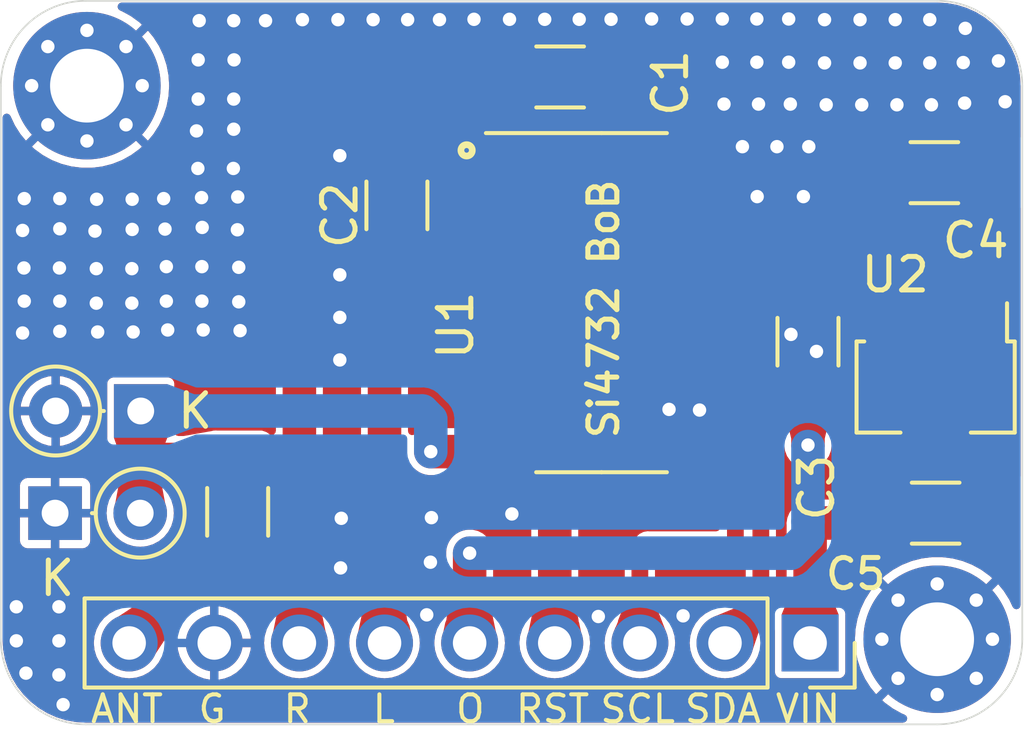
<source format=kicad_pcb>
(kicad_pcb (version 20221018) (generator pcbnew)
  (layers (0 "F.Cu" signal) (31 "B.Cu" signal) (34 "B.Paste" user) (35 "F.Paste" user) (36 "B.SilkS" user "B.Silkscreen") (37 "F.SilkS" user "F.Silkscreen") (38 "B.Mask" user) (39 "F.Mask" user) (44 "Edge.Cuts" user))
  (net 0 "")
  (net 1 "+3.3V")
  (net 2 "Net-(U1-RCLK)")
  (net 3 "RX_OSC")
  (net 4 "Net-(JP1-Pin_9)")
  (net 10 "RST")
  (net 11 "SCL")
  (net 12 "SDA")
  (net 13 "LEFT")
  (net 14 "Net-(U1-LOUT{slash}DFS)")
  (net 15 "Net-(U1-ROUT{slash}DOUT)")
  (net 16 "Net-(D1-A)")
  (net 17 "RIGHT")
  (net 18 "GND")
  (net 19 "+5V")
  (footprint "Capacitor_SMD:C_1206_3216Metric_Pad1.33x1.80mm_HandSolder" (layer "F.Cu") (at 81.026 67.02 -90)
    (fp_text reference "C3" (at 4.354 -0.254 90) (layer "F.SilkS"))
    (fp_text value "100nF" hide)
    (fp_line (start -0.711252 -0.91) (end 0.711252 -0.91) (stroke (width 0.12)) (layer "F.SilkS"))
    (fp_line (start -0.711252 0.91) (end 0.711252 0.91) (stroke (width 0.12)) (layer "F.SilkS"))
    (pad "1" smd roundrect (at -1.5625 0 270) (size 1.325 1.8) (layers "F.Cu" "F.Paste" "F.Mask") (roundrect_rratio 0.1886792453) (net 2 "Net-(U1-RCLK)"))
    (pad "2" smd roundrect (at 1.5625 0 270) (size 1.325 1.8) (layers "F.Cu" "F.Paste" "F.Mask") (roundrect_rratio 0.1886792453) (net 3 "RX_OSC"))
  )
  (footprint "Capacitor_SMD:C_1206_3216Metric_Pad1.33x1.80mm_HandSolder" (layer "F.Cu") (at 73.63 59.12 180)
    (fp_text reference "C1" (at -3.29 -0.18 90) (layer "F.SilkS"))
    (fp_text value "4.7uF" hide)
    (fp_line (start -0.711252 -0.91) (end 0.711252 -0.91) (stroke (width 0.12)) (layer "F.SilkS"))
    (fp_line (start -0.711252 0.91) (end 0.711252 0.91) (stroke (width 0.12)) (layer "F.SilkS"))
    (pad "1" smd roundrect (at -1.5625 0 180) (size 1.325 1.8) (layers "F.Cu" "F.Paste" "F.Mask") (roundrect_rratio 0.1886792453) (net 15 "Net-(U1-ROUT{slash}DOUT)"))
    (pad "2" smd roundrect (at 1.5625 0 180) (size 1.325 1.8) (layers "F.Cu" "F.Paste" "F.Mask") (roundrect_rratio 0.1886792453) (net 17 "RIGHT"))
  )
  (footprint "MountingHole:MountingHole_2.2mm_M2_Pad_Via" (layer "F.Cu") (at 84.8811 75.8986 180)
    (fp_text reference "H2" hide)
    (fp_text value "MountingHole_Pad" hide)
    (pad "1" thru_hole circle (at -1.65 0 180) (size 0.7 0.7) (drill 0.4) (layers "*.Cu" "*.Mask") (net 18 "GND"))
    (pad "1" thru_hole circle (at -1.166726 -1.166726 180) (size 0.7 0.7) (drill 0.4) (layers "*.Cu" "*.Mask") (net 18 "GND"))
    (pad "1" thru_hole circle (at -1.166726 1.166726 180) (size 0.7 0.7) (drill 0.4) (layers "*.Cu" "*.Mask") (net 18 "GND"))
    (pad "1" thru_hole circle (at 0 -1.65 180) (size 0.7 0.7) (drill 0.4) (layers "*.Cu" "*.Mask") (net 18 "GND"))
    (pad "1" thru_hole circle (at 0 0 180) (size 4.4 4.4) (drill 2.2) (layers "*.Cu" "*.Mask") (net 18 "GND"))
    (pad "1" thru_hole circle (at 0 1.65 180) (size 0.7 0.7) (drill 0.4) (layers "*.Cu" "*.Mask") (net 18 "GND"))
    (pad "1" thru_hole circle (at 1.166726 -1.166726 180) (size 0.7 0.7) (drill 0.4) (layers "*.Cu" "*.Mask") (net 18 "GND"))
    (pad "1" thru_hole circle (at 1.166726 1.166726 180) (size 0.7 0.7) (drill 0.4) (layers "*.Cu" "*.Mask") (net 18 "GND"))
    (pad "1" thru_hole circle (at 1.65 0 180) (size 0.7 0.7) (drill 0.4) (layers "*.Cu" "*.Mask") (net 18 "GND"))
  )
  (footprint "Capacitor_SMD:C_1206_3216Metric_Pad1.33x1.80mm_HandSolder" (layer "F.Cu") (at 64.008 72.0975 90)
    (fp_text reference "C13" hide)
    (fp_text value "100nF" hide)
    (fp_line (start -0.711252 -0.91) (end 0.711252 -0.91) (stroke (width 0.12)) (layer "F.SilkS"))
    (fp_line (start -0.711252 0.91) (end 0.711252 0.91) (stroke (width 0.12)) (layer "F.SilkS"))
    (pad "1" smd roundrect (at -1.5625 0 90) (size 1.325 1.8) (layers "F.Cu" "F.Paste" "F.Mask") (roundrect_rratio 0.1886792453) (net 4 "Net-(JP1-Pin_9)"))
    (pad "2" smd roundrect (at 1.5625 0 90) (size 1.325 1.8) (layers "F.Cu" "F.Paste" "F.Mask") (roundrect_rratio 0.1886792453) (net 16 "Net-(D1-A)"))
  )
  (footprint "MountingHole:MountingHole_2.2mm_M2_Pad_Via" (layer "F.Cu") (at 59.51 59.38 180)
    (fp_text reference "H1" hide)
    (fp_text value "MountingHole_Pad" hide)
    (pad "1" thru_hole circle (at -1.65 0 180) (size 0.7 0.7) (drill 0.4) (layers "*.Cu" "*.Mask") (net 18 "GND"))
    (pad "1" thru_hole circle (at -1.166726 -1.166726 180) (size 0.7 0.7) (drill 0.4) (layers "*.Cu" "*.Mask") (net 18 "GND"))
    (pad "1" thru_hole circle (at -1.166726 1.166726 180) (size 0.7 0.7) (drill 0.4) (layers "*.Cu" "*.Mask") (net 18 "GND"))
    (pad "1" thru_hole circle (at 0 -1.65 180) (size 0.7 0.7) (drill 0.4) (layers "*.Cu" "*.Mask") (net 18 "GND"))
    (pad "1" thru_hole circle (at 0 0 180) (size 4.4 4.4) (drill 2.2) (layers "*.Cu" "*.Mask") (net 18 "GND"))
    (pad "1" thru_hole circle (at 0 1.65 180) (size 0.7 0.7) (drill 0.4) (layers "*.Cu" "*.Mask") (net 18 "GND"))
    (pad "1" thru_hole circle (at 1.166726 -1.166726 180) (size 0.7 0.7) (drill 0.4) (layers "*.Cu" "*.Mask") (net 18 "GND"))
    (pad "1" thru_hole circle (at 1.166726 1.166726 180) (size 0.7 0.7) (drill 0.4) (layers "*.Cu" "*.Mask") (net 18 "GND"))
    (pad "1" thru_hole circle (at 1.65 0 180) (size 0.7 0.7) (drill 0.4) (layers "*.Cu" "*.Mask") (net 18 "GND"))
  )
  (footprint "Capacitor_SMD:C_1206_3216Metric_Pad1.33x1.80mm_HandSolder" (layer "F.Cu") (at 84.7975 61.976 180)
    (fp_text reference "C4" (at -1.2325 -2.024) (layer "F.SilkS"))
    (fp_text value "10uF" hide)
    (fp_line (start -0.711252 -0.91) (end 0.711252 -0.91) (stroke (width 0.12)) (layer "F.SilkS"))
    (fp_line (start -0.711252 0.91) (end 0.711252 0.91) (stroke (width 0.12)) (layer "F.SilkS"))
    (pad "1" smd roundrect (at -1.5625 0 180) (size 1.325 1.8) (layers "F.Cu" "F.Paste" "F.Mask") (roundrect_rratio 0.1886792453) (net 18 "GND"))
    (pad "2" smd roundrect (at 1.5625 0 180) (size 1.325 1.8) (layers "F.Cu" "F.Paste" "F.Mask") (roundrect_rratio 0.1886792453) (net 1 "+3.3V"))
  )
  (footprint "Package_TO_SOT_SMD:SOT-89-3" (layer "F.Cu") (at 84.836 68.072 -90)
    (fp_text reference "U2" (at -3.052 1.206 -180) (layer "F.SilkS"))
    (fp_text value "HT7833 SOT89 3.3V 500mA LDO" hide)
    (fp_line (start -2.2 -2.13) (end -1.06 -2.13) (stroke (width 0.12)) (layer "F.SilkS"))
    (fp_line (start -1.06 -2.36) (end -1.06 -2.13) (stroke (width 0.12)) (layer "F.SilkS"))
    (fp_line (start -1.06 -2.36) (end 1.66 -2.36) (stroke (width 0.12)) (layer "F.SilkS"))
    (fp_line (start -1.06 2.36) (end -1.06 2.13) (stroke (width 0.12)) (layer "F.SilkS"))
    (fp_line (start 1.66 -2.36) (end 1.66 -1.05) (stroke (width 0.12)) (layer "F.SilkS"))
    (fp_line (start 1.66 1.05) (end 1.66 2.36) (stroke (width 0.12)) (layer "F.SilkS"))
    (fp_line (start 1.66 2.36) (end -1.06 2.36) (stroke (width 0.12)) (layer "F.SilkS"))
    (pad "1" smd rect (at -1.65 -1.5 270) (size 1.3 0.9) (layers "F.Cu" "F.Paste" "F.Mask") (net 18 "GND"))
    (pad "2" smd custom (at -1.5625 0 270) (size 1.475 0.9) (layers "F.Cu" "F.Paste" "F.Mask") (net 19 "+5V") (options (clearance outline) (anchor rect)) (primitives (gr_poly (pts (xy 3.8625 0.8665) (xy 0.7375 0.8665) (xy 0.7375 -0.8665) (xy 3.8625 -0.8665)) (width 0) (fill yes))))
    (pad "3" smd rect (at -1.65 1.5 270) (size 1.3 0.9) (layers "F.Cu" "F.Paste" "F.Mask") (net 1 "+3.3V"))
  )
  (footprint "footprints:PinSocket_1x09_P2.54mm_Vertical_Custom" (layer "F.Cu") (at 81.09 76.01 -90)
    (fp_text reference "JP1" hide)
    (fp_text value "Pin Header" hide)
    (fp_line (start -1.33 1.27) (end -1.33 21.65) (stroke (width 0.12)) (layer "F.SilkS"))
    (fp_line (start -1.33 1.27) (end 1.33 1.27) (stroke (width 0.12)) (layer "F.SilkS"))
    (fp_line (start -1.33 21.65) (end 1.33 21.65) (stroke (width 0.12)) (layer "F.SilkS"))
    (fp_line (start 0 -1.33) (end 1.33 -1.33) (stroke (width 0.12)) (layer "F.SilkS"))
    (fp_line (start 1.33 -1.33) (end 1.33 0) (stroke (width 0.12)) (layer "F.SilkS"))
    (fp_line (start 1.33 1.27) (end 1.33 21.65) (stroke (width 0.12)) (layer "F.SilkS"))
    (pad "1" thru_hole rect (at 0 0 270) (size 1.7 1.7) (drill 1) (layers "*.Cu" "*.Mask") (net 19 "+5V"))
    (pad "2" thru_hole oval (at 0 2.54 270) (size 1.7 1.7) (drill 1) (layers "*.Cu" "*.Mask") (net 12 "SDA"))
    (pad "3" thru_hole oval (at 0 5.08 270) (size 1.7 1.7) (drill 1) (layers "*.Cu" "*.Mask") (net 11 "SCL"))
    (pad "4" thru_hole oval (at 0 7.62 270) (size 1.7 1.7) (drill 1) (layers "*.Cu" "*.Mask") (net 10 "RST"))
    (pad "5" thru_hole oval (at 0 10.16 270) (size 1.7 1.7) (drill 1) (layers "*.Cu" "*.Mask") (net 3 "RX_OSC"))
    (pad "6" thru_hole oval (at 0 12.7 270) (size 1.7 1.7) (drill 1) (layers "*.Cu" "*.Mask") (net 13 "LEFT"))
    (pad "7" thru_hole oval (at 0 15.24 270) (size 1.7 1.7) (drill 1) (layers "*.Cu" "*.Mask") (net 17 "RIGHT"))
    (pad "8" thru_hole oval (at 0 17.78 270) (size 1.7 1.7) (drill 1) (layers "*.Cu" "*.Mask") (net 18 "GND"))
    (pad "9" thru_hole oval (at 0 20.32 270) (size 1.7 1.7) (drill 1) (layers "*.Cu" "*.Mask") (net 4 "Net-(JP1-Pin_9)"))
  )
  (footprint "Diode_THT:D_DO-35_SOD27_P2.54mm_Vertical_KathodeUp" (layer "F.Cu") (at 58.56 72.136)
    (fp_text reference "D1" hide)
    (fp_text value "1N4148" hide)
    (fp_text user "K" (at 0.06 1.944) (layer "F.SilkS"))
    (fp_line (start 1.213629 0) (end 1.1 0) (stroke (width 0.12)) (layer "F.SilkS"))
    (fp_circle (center 2.54 0) (end 3.866371 0) (stroke (width 0.12)) (fill none) (layer "F.SilkS"))
    (pad "1" thru_hole rect (at 0 0) (size 1.6 1.6) (drill 0.8) (layers "*.Cu" "*.Mask") (net 18 "GND"))
    (pad "2" thru_hole oval (at 2.54 0) (size 1.6 1.6) (drill 0.8) (layers "*.Cu" "*.Mask") (net 16 "Net-(D1-A)"))
  )
  (footprint "Capacitor_SMD:C_1206_3216Metric_Pad1.33x1.80mm_HandSolder" (layer "F.Cu") (at 84.836 72.136 180)
    (fp_text reference "C5" (at 2.386 -1.814) (layer "F.SilkS") (effects (font (size 0.9 0.9))))
    (fp_text value "10uF" hide)
    (fp_line (start -0.711252 -0.91) (end 0.711252 -0.91) (stroke (width 0.12)) (layer "F.SilkS"))
    (fp_line (start -0.711252 0.91) (end 0.711252 0.91) (stroke (width 0.12)) (layer "F.SilkS"))
    (pad "1" smd roundrect (at -1.5625 0 180) (size 1.325 1.8) (layers "F.Cu" "F.Paste" "F.Mask") (roundrect_rratio 0.1886792453) (net 18 "GND"))
    (pad "2" smd roundrect (at 1.5625 0 180) (size 1.325 1.8) (layers "F.Cu" "F.Paste" "F.Mask") (roundrect_rratio 0.1886792453) (net 19 "+5V"))
  )
  (footprint "Capacitor_SMD:C_1206_3216Metric_Pad1.33x1.80mm_HandSolder" (layer "F.Cu") (at 68.76 62.9525 90)
    (fp_text reference "C2" (at -0.2935 -1.704 90) (layer "F.SilkS"))
    (fp_text value "4.7uF" hide)
    (fp_line (start -0.711252 -0.91) (end 0.711252 -0.91) (stroke (width 0.12)) (layer "F.SilkS"))
    (fp_line (start -0.711252 0.91) (end 0.711252 0.91) (stroke (width 0.12)) (layer "F.SilkS"))
    (pad "1" smd roundrect (at -1.5625 0 90) (size 1.325 1.8) (layers "F.Cu" "F.Paste" "F.Mask") (roundrect_rratio 0.1886792453) (net 13 "LEFT"))
    (pad "2" smd roundrect (at 1.5625 0 90) (size 1.325 1.8) (layers "F.Cu" "F.Paste" "F.Mask") (roundrect_rratio 0.1886792453) (net 14 "Net-(U1-LOUT{slash}DFS)"))
  )
  (footprint "Package_SO:SOIC-16_3.9x9.9mm_P1.27mm" (layer "F.Cu") (at 74.8657 65.855)
    (fp_text reference "U1" (at -4.3557 0.675 90) (layer "F.SilkS"))
    (fp_text value "SI4732-A10-GS" hide)
    (fp_line (start 0 -5.06) (end -3.45 -5.06) (stroke (width 0.12)) (layer "F.SilkS"))
    (fp_line (start 0 -5.06) (end 1.95 -5.06) (stroke (width 0.12)) (layer "F.SilkS"))
    (fp_line (start 0 5.06) (end -1.95 5.06) (stroke (width 0.12)) (layer "F.SilkS"))
    (fp_line (start 0 5.06) (end 1.95 5.06) (stroke (width 0.12)) (layer "F.SilkS"))
    (pad "1" smd roundrect (at -2.475 -4.445) (size 1.95 0.6) (layers "F.Cu" "F.Paste" "F.Mask") (net 14 "Net-(U1-LOUT{slash}DFS)"))
    (pad "2" smd roundrect (at -2.475 -3.175) (size 1.95 0.6) (layers "F.Cu" "F.Paste" "F.Mask"))
    (pad "3" smd roundrect (at -2.475 -1.905) (size 1.95 0.6) (layers "F.Cu" "F.Paste" "F.Mask"))
    (pad "4" smd roundrect (at -2.475 -0.635) (size 1.95 0.6) (layers "F.Cu" "F.Paste" "F.Mask"))
    (pad "5" smd roundrect (at -2.475 0.635) (size 1.95 0.6) (layers "F.Cu" "F.Paste" "F.Mask"))
    (pad "6" smd roundrect (at -2.475 1.905) (size 1.95 0.6) (layers "F.Cu" "F.Paste" "F.Mask"))
    (pad "7" smd roundrect (at -2.475 3.175) (size 1.95 0.6) (layers "F.Cu" "F.Paste" "F.Mask") (net 18 "GND"))
    (pad "8" smd roundrect (at -2.475 4.445) (size 1.95 0.6) (layers "F.Cu" "F.Paste" "F.Mask") (net 16 "Net-(D1-A)"))
    (pad "9" smd roundrect (at 2.475 4.445) (size 1.95 0.6) (layers "F.Cu" "F.Paste" "F.Mask") (net 10 "RST"))
    (pad "10" smd roundrect (at 2.475 3.175) (size 1.95 0.6) (layers "F.Cu" "F.Paste" "F.Mask") (net 18 "GND"))
    (pad "11" smd roundrect (at 2.475 1.905) (size 1.95 0.6) (layers "F.Cu" "F.Paste" "F.Mask") (net 11 "SCL"))
    (pad "12" smd roundrect (at 2.475 0.635) (size 1.95 0.6) (layers "F.Cu" "F.Paste" "F.Mask") (net 12 "SDA"))
    (pad "13" smd roundrect (at 2.475 -0.635) (size 1.95 0.6) (layers "F.Cu" "F.Paste" "F.Mask") (net 2 "Net-(U1-RCLK)"))
    (pad "14" smd roundrect (at 2.475 -1.905) (size 1.95 0.6) (layers "F.Cu" "F.Paste" "F.Mask") (net 1 "+3.3V"))
    (pad "15" smd roundrect (at 2.475 -3.175) (size 1.95 0.6) (layers "F.Cu" "F.Paste" "F.Mask") (net 18 "GND"))
    (pad "16" smd roundrect (at 2.475 -4.445) (size 1.95 0.6) (layers "F.Cu" "F.Paste" "F.Mask") (net 15 "Net-(U1-ROUT{slash}DOUT)"))
  )
  (footprint "Diode_THT:D_DO-35_SOD27_P2.54mm_Vertical_KathodeUp" (layer "F.Cu") (at 61.115686 69.088 180)
    (fp_text reference "D2" hide)
    (fp_text value "1N4148" hide)
    (fp_text user "K" (at -1.622315 0) (layer "F.SilkS"))
    (fp_line (start 1.213629 0) (end 1.1 0) (stroke (width 0.12)) (layer "F.SilkS"))
    (fp_circle (center 2.54 0) (end 3.866371 0) (stroke (width 0.12)) (fill none) (layer "F.SilkS"))
    (pad "1" thru_hole rect (at 0 0 180) (size 1.6 1.6) (drill 0.8) (layers "*.Cu" "*.Mask") (net 16 "Net-(D1-A)"))
    (pad "2" thru_hole oval (at 2.54 0 180) (size 1.6 1.6) (drill 0.8) (layers "*.Cu" "*.Mask") (net 18 "GND"))
  )
  (gr_circle (center 70.84 61.31) (end 71.010294 61.31) (stroke (width 0.2)) (fill none) (layer "F.SilkS"))
  (gr_arc (start 84.8811 56.8486) (mid 86.677151 57.592549) (end 87.4211 59.3886) (stroke (width 0.05)) (layer "Edge.Cuts"))
  (gr_line (start 56.9411 75.8986) (end 56.9411 59.3886) (stroke (width 0.05)) (layer "Edge.Cuts"))
  (gr_line (start 84.8811 78.4386) (end 59.4811 78.4386) (stroke (width 0.05)) (layer "Edge.Cuts"))
  (gr_arc (start 59.4811 78.4386) (mid 57.685049 77.694651) (end 56.9411 75.8986) (stroke (width 0.05)) (layer "Edge.Cuts"))
  (gr_line (start 87.4211 59.3886) (end 87.4211 75.8986) (stroke (width 0.05)) (layer "Edge.Cuts"))
  (gr_arc (start 56.9411 59.3886) (mid 57.685049 57.592549) (end 59.4811 56.8486) (stroke (width 0.05)) (layer "Edge.Cuts"))
  (gr_line (start 59.4811 56.8486) (end 84.8811 56.8486) (stroke (width 0.05)) (layer "Edge.Cuts"))
  (gr_arc (start 87.4211 75.8986) (mid 86.677151 77.694651) (end 84.8811 78.4386) (stroke (width 0.05)) (layer "Edge.Cuts"))
  (gr_text "SDA\n" (at 78.486 77.978) (layer "F.SilkS") (effects (font (size 0.8 0.8) (thickness 0.12))))
  (gr_text "Si4732 BoB" (at 74.93 66.04 90) (layer "F.SilkS") (effects (font (size 0.8636 0.8636) (thickness 0.1524))))
  (gr_text "L" (at 68.37 77.978) (layer "F.SilkS") (effects (font (size 0.8 0.8) (thickness 0.12))))
  (gr_text "G" (at 63.246 77.978) (layer "F.SilkS") (effects (font (size 0.8 0.8) (thickness 0.12))))
  (gr_text "RST" (at 73.406 77.978) (layer "F.SilkS") (effects (font (size 0.8 0.8) (thickness 0.12))))
  (gr_text "R\n" (at 65.786 77.978) (layer "F.SilkS") (effects (font (size 0.8 0.8) (thickness 0.12))))
  (gr_text "ANT" (at 60.706 77.978) (layer "F.SilkS") (effects (font (size 0.8 0.8) (thickness 0.12))))
  (gr_text "O" (at 70.95 77.978) (layer "F.SilkS") (effects (font (size 0.8 0.8) (thickness 0.12))))
  (gr_text "SCL" (at 75.946 77.978) (layer "F.SilkS") (effects (font (size 0.8 0.8) (thickness 0.12))))
  (gr_text "VIN" (at 81.026 77.978) (layer "F.SilkS") (effects (font (size 0.8 0.8) (thickness 0.12))))
  (segment (start 83.336 62.077) (end 83.336 66.422) (width 0.5) (layer "F.Cu") (net 1))
  (segment (start 77.3407 63.95) (end 83.13 63.95) (width 0.5) (layer "F.Cu") (net 1))
  (segment (start 77.3407 65.22) (end 81.1025 65.22) (width 0.5) (layer "F.Cu") (net 2))
  (segment (start 81.026 70.104) (end 81.026 68.5825) (width 1) (layer "F.Cu") (net 3))
  (segment (start 70.93 76.01) (end 70.93 73.33) (width 1) (layer "F.Cu") (net 3))
  (via (at 81.026 70.104) (size 0.8) (drill 0.4) (layers "F.Cu" "B.Cu") (net 3))
  (via (at 70.93 73.33) (size 0.8) (drill 0.4) (layers "F.Cu" "B.Cu") (net 3))
  (segment (start 70.93 73.33) (end 80.518 73.33) (width 1) (layer "B.Cu") (net 3))
  (segment (start 81.026 72.822) (end 80.518 73.33) (width 1) (layer "B.Cu") (net 3))
  (segment (start 81.026 72.39) (end 81.026 70.148) (width 1) (layer "B.Cu") (net 3))
  (segment (start 81.026 72.39) (end 81.026 72.822) (width 1) (layer "B.Cu") (net 3))
  (segment (start 60.77 76.01) (end 63.12 73.66) (width 1) (layer "F.Cu") (net 4))
  (segment (start 63.12 73.66) (end 64.008 73.66) (width 1) (layer "F.Cu") (net 4))
  (segment (start 77.3407 71.3893) (end 77.3407 70.64) (width 1) (layer "F.Cu") (net 10))
  (segment (start 77.3407 71.2593) (end 77.27 71.33) (width 0.25) (layer "F.Cu") (net 10))
  (segment (start 73.47 76.01) (end 73.47 71.74) (width 1) (layer "F.Cu") (net 10))
  (segment (start 73.47 71.74) (end 73.63 71.58) (width 1) (layer "F.Cu") (net 10))
  (segment (start 77.15 71.58) (end 77.3407 71.3893) (width 1) (layer "F.Cu") (net 10))
  (segment (start 73.63 71.58) (end 77.15 71.58) (width 1) (layer "F.Cu") (net 10))
  (segment (start 77.3407 70.64) (end 77.3407 71.2593) (width 0.25) (layer "F.Cu") (net 10))
  (segment (start 77.3407 70.3) (end 77.3407 70.64) (width 0.25) (layer "F.Cu") (net 10))
  (segment (start 76.01 76.01) (end 76.01 73.38) (width 0.5) (layer "F.Cu") (net 11))
  (segment (start 78.56 67.76) (end 77.3407 67.76) (width 0.5) (layer "F.Cu") (net 11))
  (segment (start 76.26 73.13) (end 78.86 73.13) (width 0.5) (layer "F.Cu") (net 11))
  (segment (start 78.86 68.06) (end 78.56 67.76) (width 0.5) (layer "F.Cu") (net 11))
  (segment (start 76.01 73.38) (end 76.26 73.13) (width 0.5) (layer "F.Cu") (net 11))
  (segment (start 78.86 73.13) (end 78.86 68.06) (width 0.5) (layer "F.Cu") (net 11))
  (segment (start 79.06 66.49) (end 79.15 66.58) (width 0.25) (layer "F.Cu") (net 12))
  (segment (start 79.62 66.69) (end 79.62 74.94) (width 0.5) (layer "F.Cu") (net 12))
  (segment (start 79.42 66.49) (end 79.62 66.69) (width 0.5) (layer "F.Cu") (net 12))
  (segment (start 77.3407 66.49) (end 79.42 66.49) (width 0.5) (layer "F.Cu") (net 12))
  (segment (start 77.52 66.49) (end 79.06 66.49) (width 0.25) (layer "F.Cu") (net 12))
  (segment (start 79.62 74.94) (end 78.55 76.01) (width 0.5) (layer "F.Cu") (net 12))
  (segment (start 68.39 76.01) (end 68.39 64.885) (width 1) (layer "F.Cu") (net 13))
  (segment (start 68.39 64.885) (end 68.76 64.515) (width 1) (layer "F.Cu") (net 13))
  (segment (start 72.3707 61.39) (end 72.3907 61.41) (width 1) (layer "F.Cu") (net 14))
  (segment (start 68.76 61.39) (end 72.3707 61.39) (width 1) (layer "F.Cu") (net 14))
  (segment (start 77.22 59.12) (end 77.42 59.32) (width 1) (layer "F.Cu") (net 15))
  (segment (start 77.42 59.32) (end 77.42 61.3307) (width 1) (layer "F.Cu") (net 15))
  (segment (start 75.1925 59.12) (end 77.22 59.12) (width 1) (layer "F.Cu") (net 15))
  (segment (start 77.42 61.3307) (end 77.3407 61.41) (width 1) (layer "F.Cu") (net 15))
  (segment (start 61.185 70.535) (end 61.1 70.45) (width 1) (layer "F.Cu") (net 16))
  (segment (start 61.1 72.136) (end 61.1 70.45) (width 1) (layer "F.Cu") (net 16))
  (segment (start 61.1 70.45) (end 61.1 69.103686) (width 1) (layer "F.Cu") (net 16))
  (segment (start 64.008 70.535) (end 61.185 70.535) (width 1) (layer "F.Cu") (net 16))
  (segment (start 72.3907 70.3) (end 69.77 70.3) (width 1) (layer "F.Cu") (net 16))
  (via (at 69.77 70.3) (size 0.8) (drill 0.4) (layers "F.Cu" "B.Cu") (net 16))
  (segment (start 69.77 69.34) (end 69.77 70.3) (width 1) (layer "B.Cu") (net 16))
  (segment (start 69.518 69.088) (end 69.77 69.34) (width 1) (layer "B.Cu") (net 16))
  (segment (start 61.115686 69.088) (end 69.518 69.088) (width 1) (layer "B.Cu") (net 16))
  (segment (start 72.0675 59.12) (end 65.92 59.12) (width 1) (layer "F.Cu") (net 17))
  (segment (start 65.85 59.19) (end 65.85 76.01) (width 1) (layer "F.Cu") (net 17))
  (segment (start 65.92 59.12) (end 65.85 59.19) (width 1) (layer "F.Cu") (net 17))
  (via (at 57.64 65.81) (size 0.8) (drill 0.4) (layers "F.Cu" "B.Cu") (net 18))
  (via (at 57.64 62.75) (size 0.8) (drill 0.4) (layers "F.Cu" "B.Cu") (net 18))
  (via (at 77.79 69.06) (size 0.8) (drill 0.4) (layers "F.Cu" "B.Cu") (net 18))
  (via (at 80.89 62.69) (size 0.8) (drill 0.4) (layers "F.Cu" "B.Cu") (net 18))
  (via (at 62.82 61.85) (size 0.8) (drill 0.4) (layers "F.Cu" "B.Cu") (net 18))
  (via (at 58.674 74.93) (size 0.8) (drill 0.4) (layers "F.Cu" "B.Cu") (net 18))
  (via (at 80.45 57.39) (size 0.8) (drill 0.4) (layers "F.Cu" "B.Cu") (net 18))
  (via (at 74.2 57.4) (size 0.8) (drill 0.4) (layers "F.Cu" "B.Cu") (net 18))
  (via (at 82.63 59.95) (size 0.8) (drill 0.4) (layers "F.Cu" "B.Cu") (net 18))
  (via (at 61.88 65.81) (size 0.8) (drill 0.4) (layers "F.Cu" "B.Cu") (net 18))
  (via (at 86.71 58.64) (size 0.8) (drill 0.4) (layers "F.Cu" "B.Cu") (net 18))
  (via (at 60.86 62.77) (size 0.8) (drill 0.4) (layers "F.Cu" "B.Cu") (net 18))
  (via (at 81.05 61.2) (size 0.8) (drill 0.4) (layers "F.Cu" "B.Cu") (net 18))
  (via (at 64.04 64.8) (size 0.8) (drill 0.4) (layers "F.Cu" "B.Cu") (net 18))
  (via (at 58.69 64.82) (size 0.8) (drill 0.4) (layers "F.Cu" "B.Cu") (net 18))
  (via (at 65.94 57.41) (size 0.8) (drill 0.4) (layers "F.Cu" "B.Cu") (net 18))
  (via (at 58.8 77.85) (size 0.8) (drill 0.4) (layers "F.Cu" "B.Cu") (net 18))
  (via (at 75.15 57.4) (size 0.8) (drill 0.4) (layers "F.Cu" "B.Cu") (net 18))
  (via (at 67.1 72.29) (size 0.8) (drill 0.4) (layers "F.Cu" "B.Cu") (net 18))
  (via (at 64.08 66.69) (size 0.8) (drill 0.4) (layers "F.Cu" "B.Cu") (net 18))
  (via (at 69.76 73.6) (size 0.8) (drill 0.4) (layers "F.Cu" "B.Cu") (net 18))
  (via (at 62.93 62.72) (size 0.8) (drill 0.4) (layers "F.Cu" "B.Cu") (net 18))
  (via (at 74.77 75.22) (size 0.8) (drill 0.4) (layers "F.Cu" "B.Cu") (net 18))
  (via (at 63.9 58.61) (size 0.8) (drill 0.4) (layers "F.Cu" "B.Cu") (net 18))
  (via (at 86.91 59.86) (size 0.8) (drill 0.4) (layers "F.Cu" "B.Cu") (net 18))
  (via (at 61.84 63.66) (size 0.8) (drill 0.4) (layers "F.Cu" "B.Cu") (net 18))
  (via (at 62.78 60.73) (size 0.8) (drill 0.4) (layers "F.Cu" "B.Cu") (net 18))
  (via (at 83.68 59.95) (size 0.8) (drill 0.4) (layers "F.Cu" "B.Cu") (net 18))
  (via (at 57.59 63.7) (size 0.8) (drill 0.4) (layers "F.Cu" "B.Cu") (net 18))
  (via (at 58.7 65.81) (size 0.8) (drill 0.4) (layers "F.Cu" "B.Cu") (net 18))
  (via (at 84.66 57.41) (size 0.8) (drill 0.4) (layers "F.Cu" "B.Cu") (net 18))
  (via (at 85.72 57.67) (size 0.8) (drill 0.4) (layers "F.Cu" "B.Cu") (net 18))
  (via (at 58.7 63.65) (size 0.8) (drill 0.4) (layers "F.Cu" "B.Cu") (net 18))
  (via (at 80.1 61.2) (size 0.8) (drill 0.4) (layers "F.Cu" "B.Cu") (net 18))
  (via (at 57.404 75.946) (size 0.8) (drill 0.4) (layers "F.Cu" "B.Cu") (net 18))
  (via (at 59.8 62.77) (size 0.8) (drill 0.4) (layers "F.Cu" "B.Cu") (net 18))
  (via (at 62.94 65.81) (size 0.8) (drill 0.4) (layers "F.Cu" "B.Cu") (net 18))
  (via (at 81.28 67.31) (size 0.8) (drill 0.4) (layers "F.Cu" "B.Cu") (net 18))
  (via (at 62.98 66.67) (size 0.8) (drill 0.4) (layers "F.Cu" "B.Cu") (net 18))
  (via (at 62.95 63.61) (size 0.8) (drill 0.4) (layers "F.Cu" "B.Cu") (net 18))
  (via (at 78.47 58.68) (size 0.8) (drill 0.4) (layers "F.Cu" "B.Cu") (net 18))
  (via (at 60.86 63.67) (size 0.8) (drill 0.4) (layers "F.Cu" "B.Cu") (net 18))
  (via (at 79.5 57.39) (size 0.8) (drill 0.4) (layers "F.Cu" "B.Cu") (net 18))
  (via (at 77.3 75.2) (size 0.8) (drill 0.4) (layers "F.Cu" "B.Cu") (net 18))
  (via (at 70.03 57.41) (size 0.8) (drill 0.4) (layers "F.Cu" "B.Cu") (net 18))
  (via (at 62.86 57.44) (size 0.8) (drill 0.4) (layers "F.Cu" "B.Cu") (net 18))
  (via (at 60.89 66.73) (size 0.8) (drill 0.4) (layers "F.Cu" "B.Cu") (net 18))
  (via (at 64.01 62.7) (size 0.8) (drill 0.4) (layers "F.Cu" "B.Cu") (net 18))
  (via (at 80.45 58.68) (size 0.8) (drill 0.4) (layers "F.Cu" "B.Cu") (net 18))
  (via (at 64.04 65.83) (size 0.8) (drill 0.4) (layers "F.Cu" "B.Cu") (net 18))
  (via (at 81.52 58.7) (size 0.8) (drill 0.4) (layers "F.Cu" "B.Cu") (net 18))
  (via (at 67.056 67.564) (size 0.8) (drill 0.4) (layers "F.Cu" "B.Cu") (net 18))
  (via (at 69.08 57.41) (size 0.8) (drill 0.4) (layers "F.Cu" "B.Cu") (net 18))
  (via (at 71.06 57.4) (size 0.8) (drill 0.4) (layers "F.Cu" "B.Cu") (net 18))
  (via (at 60.85 65.87) (size 0.8) (drill 0.4) (layers "F.Cu" "B.Cu") (net 18))
  (via (at 82.58 57.41) (size 0.8) (drill 0.4) (layers "F.Cu" "B.Cu") (net 18))
  (via (at 84.66 58.7) (size 0.8) (drill 0.4) (layers "F.Cu" "B.Cu") (net 18))
  (via (at 67.08 73.77) (size 0.8) (drill 0.4) (layers "F.Cu" "B.Cu") (net 18))
  (via (at 79.5 58.68) (size 0.8) (drill 0.4) (layers "F.Cu" "B.Cu") (net 18))
  (via (at 58.7 62.75) (size 0.8) (drill 0.4) (layers "F.Cu" "B.Cu") (net 18))
  (via (at 58.7 66.71) (size 0.8) (drill 0.4) (layers "F.Cu" "B.Cu") (net 18))
  (via (at 59.79 65.87) (size 0.8) (drill 0.4) (layers "F.Cu" "B.Cu") (net 18))
  (via (at 72.12 57.4) (size 0.8) (drill 0.4) (layers "F.Cu" "B.Cu") (net 18))
  (via (at 58.674 76.962) (size 0.8) (drill 0.4) (layers "F.Cu" "B.Cu") (net 18))
  (via (at 83.63 58.7) (size 0.8) (drill 0.4) (layers "F.Cu" "B.Cu") (net 18))
  (via (at 69.79 72.27) (size 0.8) (drill 0.4) (layers "F.Cu" "B.Cu") (net 18))
  (via (at 68.05 57.41) (size 0.8) (drill 0.4) (layers "F.Cu" "B.Cu") (net 18))
  (via (at 80.518 66.802) (size 0.8) (drill 0.4) (layers "F.Cu" "B.Cu") (net 18))
  (via (at 79.07 61.2) (size 0.8) (drill 0.4) (layers "F.Cu" "B.Cu") (net 18))
  (via (at 61.92 66.67) (size 0.8) (drill 0.4) (layers "F.Cu" "B.Cu") (net 18))
  (via (at 59.75 63.72) (size 0.8) (drill 0.4) (layers "F.Cu" "B.Cu") (net 18))
  (via (at 76.36 57.39) (size 0.8) (drill 0.4) (layers "F.Cu" "B.Cu") (net 18))
  (via (at 59.79 64.84) (size 0.8) (drill 0.4) (layers "F.Cu" "B.Cu") (net 18))
  (via (at 58.674 75.946) (size 0.8) (drill 0.4) (layers "F.Cu" "B.Cu") (net 18))
  (via (at 85.66 58.69) (size 0.8) (drill 0.4) (layers "F.Cu" "B.Cu") (net 18))
  (via (at 80.5 59.93) (size 0.8) (drill 0.4) (layers "F.Cu" "B.Cu") (net 18))
  (via (at 81.52 57.41) (size 0.8) (drill 0.4) (layers "F.Cu" "B.Cu") (net 18))
  (via (at 83.63 57.41) (size 0.8) (drill 0.4) (layers "F.Cu" "B.Cu") (net 18))
  (via (at 67.056 61.468) (size 0.8) (drill 0.4) (layers "F.Cu" "B.Cu") (net 18))
  (via (at 69.65 75.17) (size 0.8) (drill 0.4) (layers "F.Cu" "B.Cu") (net 18))
  (via (at 59.83 66.73) (size 0.8) (drill 0.4) (layers "F.Cu" "B.Cu") (net 18))
  (via (at 84.71 59.95) (size 0.8) (drill 0.4) (layers "F.Cu" "B.Cu") (net 18))
  (via (at 67.056 66.294) (size 0.8) (drill 0.4) (layers "F.Cu" "B.Cu") (net 18))
  (via (at 60.85 64.84) (size 0.8) (drill 0.4) (layers "F.Cu" "B.Cu") (net 18))
  (via (at 63.89 57.44) (size 0.8) (drill 0.4) (layers "F.Cu" "B.Cu") (net 18))
  (via (at 57.69 76.91) (size 0.8) (drill 0.4) (layers "F.Cu" "B.Cu") (net 18))
  (via (at 63.88 61.85) (size 0.8) (drill 0.4) (layers "F.Cu" "B.Cu") (net 18))
  (via (at 64 63.68) (size 0.8) (drill 0.4) (layers "F.Cu" "B.Cu") (net 18))
  (via (at 61.88 64.78) (size 0.8) (drill 0.4) (layers "F.Cu" "B.Cu") (net 18))
  (via (at 82.58 58.7) (size 0.8) (drill 0.4) (layers "F.Cu" "B.Cu") (net 18))
  (via (at 62.83 59.78) (size 0.8) (drill 0.4) (layers "F.Cu" "B.Cu") (net 18))
  (via (at 62.83 58.61) (size 0.8) (drill 0.4) (layers "F.Cu" "B.Cu") (net 18))
  (via (at 79.55 59.93) (size 0.8) (drill 0.4) (layers "F.Cu" "B.Cu") (net 18))
  (via (at 61.8 62.75) (size 0.8) (drill 0.4) (layers "F.Cu" "B.Cu") (net 18))
  (via (at 57.63 64.82) (size 0.8) (drill 0.4) (layers "F.Cu" "B.Cu") (net 18))
  (via (at 79.51 62.69) (size 0.8) (drill 0.4) (layers "F.Cu" "B.Cu") (net 18))
  (via (at 78.52 59.93) (size 0.8) (drill 0.4) (layers "F.Cu" "B.Cu") (net 18))
  (via (at 85.7 59.9) (size 0.8) (drill 0.4) (layers "F.Cu" "B.Cu") (net 18))
  (via (at 72.19 72.16) (size 0.8) (drill 0.4) (layers "F.Cu" "B.Cu") (net 18))
  (via (at 63.89 60.68) (size 0.8) (drill 0.4) (layers "F.Cu" "B.Cu") (net 18))
  (via (at 77.42 57.39) (size 0.8) (drill 0.4) (layers "F.Cu" "B.Cu") (net 18))
  (via (at 73.17 57.4) (size 0.8) (drill 0.4) (layers "F.Cu" "B.Cu") (net 18))
  (via (at 57.404 74.93) (size 0.8) (drill 0.4) (layers "F.Cu" "B.Cu") (net 18))
  (via (at 81.57 59.95) (size 0.8) (drill 0.4) (layers "F.Cu" "B.Cu") (net 18))
  (via (at 67 57.41) (size 0.8) (drill 0.4) (layers "F.Cu" "B.Cu") (net 18))
  (via (at 57.59 66.76) (size 0.8) (drill 0.4) (layers "F.Cu" "B.Cu") (net 18))
  (via (at 67.056 65.024) (size 0.8) (drill 0.4) (layers "F.Cu" "B.Cu") (net 18))
  (via (at 64.84 57.44) (size 0.8) (drill 0.4) (layers "F.Cu" "B.Cu") (net 18))
  (via (at 76.88 69.04) (size 0.8) (drill 0.4) (layers "F.Cu" "B.Cu") (net 18))
  (via (at 63.89 59.78) (size 0.8) (drill 0.4) (layers "F.Cu" "B.Cu") (net 18))
  (via (at 78.47 57.39) (size 0.8) (drill 0.4) (layers "F.Cu" "B.Cu") (net 18))
  (via (at 62.94 64.78) (size 0.8) (drill 0.4) (layers "F.Cu" "B.Cu") (net 18))
  (segment (start 84.796 72.43) (end 81.13 72.43) (width 1) (layer "F.Cu") (net 19))
  (segment (start 81.13 72.43) (end 81.09 72.47) (width 1) (layer "F.Cu") (net 19))
  (segment (start 84.836 72.39) (end 84.796 72.43) (width 1) (layer "F.Cu") (net 19))
  (segment (start 81.09 72.47) (end 81.09 76.01) (width 1) (layer "F.Cu") (net 19))
  (segment (start 84.836 66.5095) (end 84.836 72.39) (width 1) (layer "F.Cu") (net 19))
  (zone (net 18) (net_name "GND") (layer "F.Cu") (connect_pads (clearance 0.2)) (min_thickness 0.25) (fill yes (thermal_gap 0.25) (thermal_bridge_width 0.25) (smoothing chamfer) (radius 0.05) (island_removal_mode 2) (island_area_min 10))
    (polygon (pts (xy 56.95 56.86) (xy 56.97 78.42) (xy 87.48 78.41) (xy 87.46 56.85)))
  )
  (zone (net 18) (net_name "GND") (layer "B.Cu") (priority 2) (connect_pads (clearance 0.2)) (min_thickness 0.25) (fill yes (thermal_gap 0.25) (thermal_bridge_width 0.25) (smoothing chamfer) (radius 0.05) (island_removal_mode 2) (island_area_min 10))
    (polygon (pts (xy 56.95 56.88) (xy 56.96 78.43) (xy 87.46 78.42) (xy 87.45 56.87)))
  )
)
</source>
